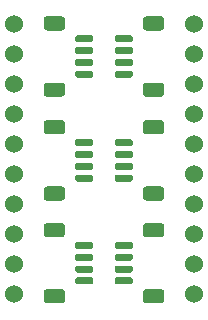
<source format=gbr>
%TF.GenerationSoftware,KiCad,Pcbnew,(5.1.9-0-10_14)*%
%TF.CreationDate,2022-01-13T23:21:40+01:00*%
%TF.ProjectId,tinypico_shield,74696e79-7069-4636-9f5f-736869656c64,rev?*%
%TF.SameCoordinates,Original*%
%TF.FileFunction,Soldermask,Bot*%
%TF.FilePolarity,Negative*%
%FSLAX46Y46*%
G04 Gerber Fmt 4.6, Leading zero omitted, Abs format (unit mm)*
G04 Created by KiCad (PCBNEW (5.1.9-0-10_14)) date 2022-01-13 23:21:40*
%MOMM*%
%LPD*%
G01*
G04 APERTURE LIST*
%ADD10C,1.524000*%
G04 APERTURE END LIST*
D10*
%TO.C,J7*%
X16620000Y-7745000D03*
X16620000Y-10285000D03*
X16620000Y-12825000D03*
X16620000Y-15365000D03*
X16620000Y-17905000D03*
X16620000Y-20445000D03*
X16620000Y-22985000D03*
X16620000Y-25525000D03*
X16620000Y-28065000D03*
X16620000Y-30605000D03*
X1380000Y-30605000D03*
X1380000Y-28065000D03*
X1380000Y-25525000D03*
X1380000Y-22985000D03*
X1380000Y-20445000D03*
X1380000Y-17905000D03*
X1380000Y-15365000D03*
X1380000Y-12825000D03*
X1380000Y-10285000D03*
X1380000Y-7745000D03*
%TD*%
%TO.C,J6*%
G36*
G01*
X4149999Y-30200000D02*
X5450001Y-30200000D01*
G75*
G02*
X5700000Y-30449999I0J-249999D01*
G01*
X5700000Y-31150001D01*
G75*
G02*
X5450001Y-31400000I-249999J0D01*
G01*
X4149999Y-31400000D01*
G75*
G02*
X3900000Y-31150001I0J249999D01*
G01*
X3900000Y-30449999D01*
G75*
G02*
X4149999Y-30200000I249999J0D01*
G01*
G37*
G36*
G01*
X4149999Y-24600000D02*
X5450001Y-24600000D01*
G75*
G02*
X5700000Y-24849999I0J-249999D01*
G01*
X5700000Y-25550001D01*
G75*
G02*
X5450001Y-25800000I-249999J0D01*
G01*
X4149999Y-25800000D01*
G75*
G02*
X3900000Y-25550001I0J249999D01*
G01*
X3900000Y-24849999D01*
G75*
G02*
X4149999Y-24600000I249999J0D01*
G01*
G37*
G36*
G01*
X6700000Y-29200000D02*
X7950000Y-29200000D01*
G75*
G02*
X8100000Y-29350000I0J-150000D01*
G01*
X8100000Y-29650000D01*
G75*
G02*
X7950000Y-29800000I-150000J0D01*
G01*
X6700000Y-29800000D01*
G75*
G02*
X6550000Y-29650000I0J150000D01*
G01*
X6550000Y-29350000D01*
G75*
G02*
X6700000Y-29200000I150000J0D01*
G01*
G37*
G36*
G01*
X6700000Y-28200000D02*
X7950000Y-28200000D01*
G75*
G02*
X8100000Y-28350000I0J-150000D01*
G01*
X8100000Y-28650000D01*
G75*
G02*
X7950000Y-28800000I-150000J0D01*
G01*
X6700000Y-28800000D01*
G75*
G02*
X6550000Y-28650000I0J150000D01*
G01*
X6550000Y-28350000D01*
G75*
G02*
X6700000Y-28200000I150000J0D01*
G01*
G37*
G36*
G01*
X6700000Y-27200000D02*
X7950000Y-27200000D01*
G75*
G02*
X8100000Y-27350000I0J-150000D01*
G01*
X8100000Y-27650000D01*
G75*
G02*
X7950000Y-27800000I-150000J0D01*
G01*
X6700000Y-27800000D01*
G75*
G02*
X6550000Y-27650000I0J150000D01*
G01*
X6550000Y-27350000D01*
G75*
G02*
X6700000Y-27200000I150000J0D01*
G01*
G37*
G36*
G01*
X6700000Y-26200000D02*
X7950000Y-26200000D01*
G75*
G02*
X8100000Y-26350000I0J-150000D01*
G01*
X8100000Y-26650000D01*
G75*
G02*
X7950000Y-26800000I-150000J0D01*
G01*
X6700000Y-26800000D01*
G75*
G02*
X6550000Y-26650000I0J150000D01*
G01*
X6550000Y-26350000D01*
G75*
G02*
X6700000Y-26200000I150000J0D01*
G01*
G37*
%TD*%
%TO.C,J5*%
G36*
G01*
X13850001Y-25800000D02*
X12549999Y-25800000D01*
G75*
G02*
X12300000Y-25550001I0J249999D01*
G01*
X12300000Y-24849999D01*
G75*
G02*
X12549999Y-24600000I249999J0D01*
G01*
X13850001Y-24600000D01*
G75*
G02*
X14100000Y-24849999I0J-249999D01*
G01*
X14100000Y-25550001D01*
G75*
G02*
X13850001Y-25800000I-249999J0D01*
G01*
G37*
G36*
G01*
X13850001Y-31400000D02*
X12549999Y-31400000D01*
G75*
G02*
X12300000Y-31150001I0J249999D01*
G01*
X12300000Y-30449999D01*
G75*
G02*
X12549999Y-30200000I249999J0D01*
G01*
X13850001Y-30200000D01*
G75*
G02*
X14100000Y-30449999I0J-249999D01*
G01*
X14100000Y-31150001D01*
G75*
G02*
X13850001Y-31400000I-249999J0D01*
G01*
G37*
G36*
G01*
X11300000Y-26800000D02*
X10050000Y-26800000D01*
G75*
G02*
X9900000Y-26650000I0J150000D01*
G01*
X9900000Y-26350000D01*
G75*
G02*
X10050000Y-26200000I150000J0D01*
G01*
X11300000Y-26200000D01*
G75*
G02*
X11450000Y-26350000I0J-150000D01*
G01*
X11450000Y-26650000D01*
G75*
G02*
X11300000Y-26800000I-150000J0D01*
G01*
G37*
G36*
G01*
X11300000Y-27800000D02*
X10050000Y-27800000D01*
G75*
G02*
X9900000Y-27650000I0J150000D01*
G01*
X9900000Y-27350000D01*
G75*
G02*
X10050000Y-27200000I150000J0D01*
G01*
X11300000Y-27200000D01*
G75*
G02*
X11450000Y-27350000I0J-150000D01*
G01*
X11450000Y-27650000D01*
G75*
G02*
X11300000Y-27800000I-150000J0D01*
G01*
G37*
G36*
G01*
X11300000Y-28800000D02*
X10050000Y-28800000D01*
G75*
G02*
X9900000Y-28650000I0J150000D01*
G01*
X9900000Y-28350000D01*
G75*
G02*
X10050000Y-28200000I150000J0D01*
G01*
X11300000Y-28200000D01*
G75*
G02*
X11450000Y-28350000I0J-150000D01*
G01*
X11450000Y-28650000D01*
G75*
G02*
X11300000Y-28800000I-150000J0D01*
G01*
G37*
G36*
G01*
X11300000Y-29800000D02*
X10050000Y-29800000D01*
G75*
G02*
X9900000Y-29650000I0J150000D01*
G01*
X9900000Y-29350000D01*
G75*
G02*
X10050000Y-29200000I150000J0D01*
G01*
X11300000Y-29200000D01*
G75*
G02*
X11450000Y-29350000I0J-150000D01*
G01*
X11450000Y-29650000D01*
G75*
G02*
X11300000Y-29800000I-150000J0D01*
G01*
G37*
%TD*%
%TO.C,J4*%
G36*
G01*
X4149999Y-21500000D02*
X5450001Y-21500000D01*
G75*
G02*
X5700000Y-21749999I0J-249999D01*
G01*
X5700000Y-22450001D01*
G75*
G02*
X5450001Y-22700000I-249999J0D01*
G01*
X4149999Y-22700000D01*
G75*
G02*
X3900000Y-22450001I0J249999D01*
G01*
X3900000Y-21749999D01*
G75*
G02*
X4149999Y-21500000I249999J0D01*
G01*
G37*
G36*
G01*
X4149999Y-15900000D02*
X5450001Y-15900000D01*
G75*
G02*
X5700000Y-16149999I0J-249999D01*
G01*
X5700000Y-16850001D01*
G75*
G02*
X5450001Y-17100000I-249999J0D01*
G01*
X4149999Y-17100000D01*
G75*
G02*
X3900000Y-16850001I0J249999D01*
G01*
X3900000Y-16149999D01*
G75*
G02*
X4149999Y-15900000I249999J0D01*
G01*
G37*
G36*
G01*
X6700000Y-20500000D02*
X7950000Y-20500000D01*
G75*
G02*
X8100000Y-20650000I0J-150000D01*
G01*
X8100000Y-20950000D01*
G75*
G02*
X7950000Y-21100000I-150000J0D01*
G01*
X6700000Y-21100000D01*
G75*
G02*
X6550000Y-20950000I0J150000D01*
G01*
X6550000Y-20650000D01*
G75*
G02*
X6700000Y-20500000I150000J0D01*
G01*
G37*
G36*
G01*
X6700000Y-19500000D02*
X7950000Y-19500000D01*
G75*
G02*
X8100000Y-19650000I0J-150000D01*
G01*
X8100000Y-19950000D01*
G75*
G02*
X7950000Y-20100000I-150000J0D01*
G01*
X6700000Y-20100000D01*
G75*
G02*
X6550000Y-19950000I0J150000D01*
G01*
X6550000Y-19650000D01*
G75*
G02*
X6700000Y-19500000I150000J0D01*
G01*
G37*
G36*
G01*
X6700000Y-18500000D02*
X7950000Y-18500000D01*
G75*
G02*
X8100000Y-18650000I0J-150000D01*
G01*
X8100000Y-18950000D01*
G75*
G02*
X7950000Y-19100000I-150000J0D01*
G01*
X6700000Y-19100000D01*
G75*
G02*
X6550000Y-18950000I0J150000D01*
G01*
X6550000Y-18650000D01*
G75*
G02*
X6700000Y-18500000I150000J0D01*
G01*
G37*
G36*
G01*
X6700000Y-17500000D02*
X7950000Y-17500000D01*
G75*
G02*
X8100000Y-17650000I0J-150000D01*
G01*
X8100000Y-17950000D01*
G75*
G02*
X7950000Y-18100000I-150000J0D01*
G01*
X6700000Y-18100000D01*
G75*
G02*
X6550000Y-17950000I0J150000D01*
G01*
X6550000Y-17650000D01*
G75*
G02*
X6700000Y-17500000I150000J0D01*
G01*
G37*
%TD*%
%TO.C,J3*%
G36*
G01*
X13850001Y-17100000D02*
X12549999Y-17100000D01*
G75*
G02*
X12300000Y-16850001I0J249999D01*
G01*
X12300000Y-16149999D01*
G75*
G02*
X12549999Y-15900000I249999J0D01*
G01*
X13850001Y-15900000D01*
G75*
G02*
X14100000Y-16149999I0J-249999D01*
G01*
X14100000Y-16850001D01*
G75*
G02*
X13850001Y-17100000I-249999J0D01*
G01*
G37*
G36*
G01*
X13850001Y-22700000D02*
X12549999Y-22700000D01*
G75*
G02*
X12300000Y-22450001I0J249999D01*
G01*
X12300000Y-21749999D01*
G75*
G02*
X12549999Y-21500000I249999J0D01*
G01*
X13850001Y-21500000D01*
G75*
G02*
X14100000Y-21749999I0J-249999D01*
G01*
X14100000Y-22450001D01*
G75*
G02*
X13850001Y-22700000I-249999J0D01*
G01*
G37*
G36*
G01*
X11300000Y-18100000D02*
X10050000Y-18100000D01*
G75*
G02*
X9900000Y-17950000I0J150000D01*
G01*
X9900000Y-17650000D01*
G75*
G02*
X10050000Y-17500000I150000J0D01*
G01*
X11300000Y-17500000D01*
G75*
G02*
X11450000Y-17650000I0J-150000D01*
G01*
X11450000Y-17950000D01*
G75*
G02*
X11300000Y-18100000I-150000J0D01*
G01*
G37*
G36*
G01*
X11300000Y-19100000D02*
X10050000Y-19100000D01*
G75*
G02*
X9900000Y-18950000I0J150000D01*
G01*
X9900000Y-18650000D01*
G75*
G02*
X10050000Y-18500000I150000J0D01*
G01*
X11300000Y-18500000D01*
G75*
G02*
X11450000Y-18650000I0J-150000D01*
G01*
X11450000Y-18950000D01*
G75*
G02*
X11300000Y-19100000I-150000J0D01*
G01*
G37*
G36*
G01*
X11300000Y-20100000D02*
X10050000Y-20100000D01*
G75*
G02*
X9900000Y-19950000I0J150000D01*
G01*
X9900000Y-19650000D01*
G75*
G02*
X10050000Y-19500000I150000J0D01*
G01*
X11300000Y-19500000D01*
G75*
G02*
X11450000Y-19650000I0J-150000D01*
G01*
X11450000Y-19950000D01*
G75*
G02*
X11300000Y-20100000I-150000J0D01*
G01*
G37*
G36*
G01*
X11300000Y-21100000D02*
X10050000Y-21100000D01*
G75*
G02*
X9900000Y-20950000I0J150000D01*
G01*
X9900000Y-20650000D01*
G75*
G02*
X10050000Y-20500000I150000J0D01*
G01*
X11300000Y-20500000D01*
G75*
G02*
X11450000Y-20650000I0J-150000D01*
G01*
X11450000Y-20950000D01*
G75*
G02*
X11300000Y-21100000I-150000J0D01*
G01*
G37*
%TD*%
%TO.C,J2*%
G36*
G01*
X13850001Y-8300000D02*
X12549999Y-8300000D01*
G75*
G02*
X12300000Y-8050001I0J249999D01*
G01*
X12300000Y-7349999D01*
G75*
G02*
X12549999Y-7100000I249999J0D01*
G01*
X13850001Y-7100000D01*
G75*
G02*
X14100000Y-7349999I0J-249999D01*
G01*
X14100000Y-8050001D01*
G75*
G02*
X13850001Y-8300000I-249999J0D01*
G01*
G37*
G36*
G01*
X13850001Y-13900000D02*
X12549999Y-13900000D01*
G75*
G02*
X12300000Y-13650001I0J249999D01*
G01*
X12300000Y-12949999D01*
G75*
G02*
X12549999Y-12700000I249999J0D01*
G01*
X13850001Y-12700000D01*
G75*
G02*
X14100000Y-12949999I0J-249999D01*
G01*
X14100000Y-13650001D01*
G75*
G02*
X13850001Y-13900000I-249999J0D01*
G01*
G37*
G36*
G01*
X11300000Y-9300000D02*
X10050000Y-9300000D01*
G75*
G02*
X9900000Y-9150000I0J150000D01*
G01*
X9900000Y-8850000D01*
G75*
G02*
X10050000Y-8700000I150000J0D01*
G01*
X11300000Y-8700000D01*
G75*
G02*
X11450000Y-8850000I0J-150000D01*
G01*
X11450000Y-9150000D01*
G75*
G02*
X11300000Y-9300000I-150000J0D01*
G01*
G37*
G36*
G01*
X11300000Y-10300000D02*
X10050000Y-10300000D01*
G75*
G02*
X9900000Y-10150000I0J150000D01*
G01*
X9900000Y-9850000D01*
G75*
G02*
X10050000Y-9700000I150000J0D01*
G01*
X11300000Y-9700000D01*
G75*
G02*
X11450000Y-9850000I0J-150000D01*
G01*
X11450000Y-10150000D01*
G75*
G02*
X11300000Y-10300000I-150000J0D01*
G01*
G37*
G36*
G01*
X11300000Y-11300000D02*
X10050000Y-11300000D01*
G75*
G02*
X9900000Y-11150000I0J150000D01*
G01*
X9900000Y-10850000D01*
G75*
G02*
X10050000Y-10700000I150000J0D01*
G01*
X11300000Y-10700000D01*
G75*
G02*
X11450000Y-10850000I0J-150000D01*
G01*
X11450000Y-11150000D01*
G75*
G02*
X11300000Y-11300000I-150000J0D01*
G01*
G37*
G36*
G01*
X11300000Y-12300000D02*
X10050000Y-12300000D01*
G75*
G02*
X9900000Y-12150000I0J150000D01*
G01*
X9900000Y-11850000D01*
G75*
G02*
X10050000Y-11700000I150000J0D01*
G01*
X11300000Y-11700000D01*
G75*
G02*
X11450000Y-11850000I0J-150000D01*
G01*
X11450000Y-12150000D01*
G75*
G02*
X11300000Y-12300000I-150000J0D01*
G01*
G37*
%TD*%
%TO.C,J1*%
G36*
G01*
X4149999Y-12700000D02*
X5450001Y-12700000D01*
G75*
G02*
X5700000Y-12949999I0J-249999D01*
G01*
X5700000Y-13650001D01*
G75*
G02*
X5450001Y-13900000I-249999J0D01*
G01*
X4149999Y-13900000D01*
G75*
G02*
X3900000Y-13650001I0J249999D01*
G01*
X3900000Y-12949999D01*
G75*
G02*
X4149999Y-12700000I249999J0D01*
G01*
G37*
G36*
G01*
X4149999Y-7100000D02*
X5450001Y-7100000D01*
G75*
G02*
X5700000Y-7349999I0J-249999D01*
G01*
X5700000Y-8050001D01*
G75*
G02*
X5450001Y-8300000I-249999J0D01*
G01*
X4149999Y-8300000D01*
G75*
G02*
X3900000Y-8050001I0J249999D01*
G01*
X3900000Y-7349999D01*
G75*
G02*
X4149999Y-7100000I249999J0D01*
G01*
G37*
G36*
G01*
X6700000Y-11700000D02*
X7950000Y-11700000D01*
G75*
G02*
X8100000Y-11850000I0J-150000D01*
G01*
X8100000Y-12150000D01*
G75*
G02*
X7950000Y-12300000I-150000J0D01*
G01*
X6700000Y-12300000D01*
G75*
G02*
X6550000Y-12150000I0J150000D01*
G01*
X6550000Y-11850000D01*
G75*
G02*
X6700000Y-11700000I150000J0D01*
G01*
G37*
G36*
G01*
X6700000Y-10700000D02*
X7950000Y-10700000D01*
G75*
G02*
X8100000Y-10850000I0J-150000D01*
G01*
X8100000Y-11150000D01*
G75*
G02*
X7950000Y-11300000I-150000J0D01*
G01*
X6700000Y-11300000D01*
G75*
G02*
X6550000Y-11150000I0J150000D01*
G01*
X6550000Y-10850000D01*
G75*
G02*
X6700000Y-10700000I150000J0D01*
G01*
G37*
G36*
G01*
X6700000Y-9700000D02*
X7950000Y-9700000D01*
G75*
G02*
X8100000Y-9850000I0J-150000D01*
G01*
X8100000Y-10150000D01*
G75*
G02*
X7950000Y-10300000I-150000J0D01*
G01*
X6700000Y-10300000D01*
G75*
G02*
X6550000Y-10150000I0J150000D01*
G01*
X6550000Y-9850000D01*
G75*
G02*
X6700000Y-9700000I150000J0D01*
G01*
G37*
G36*
G01*
X6700000Y-8700000D02*
X7950000Y-8700000D01*
G75*
G02*
X8100000Y-8850000I0J-150000D01*
G01*
X8100000Y-9150000D01*
G75*
G02*
X7950000Y-9300000I-150000J0D01*
G01*
X6700000Y-9300000D01*
G75*
G02*
X6550000Y-9150000I0J150000D01*
G01*
X6550000Y-8850000D01*
G75*
G02*
X6700000Y-8700000I150000J0D01*
G01*
G37*
%TD*%
M02*

</source>
